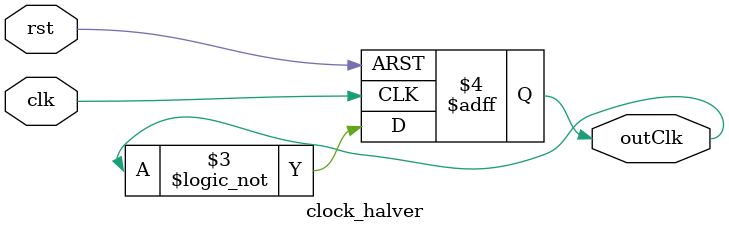
<source format=sv>
module clock_halver(
	input clk, // 50 MHz
	input rst, // active low
	output reg outClk // 25 MHz
);

	always @(posedge clk or negedge rst) begin
		if (!rst)
			outClk <= 0;
		else
			outClk = !outClk;
	end

endmodule

</source>
